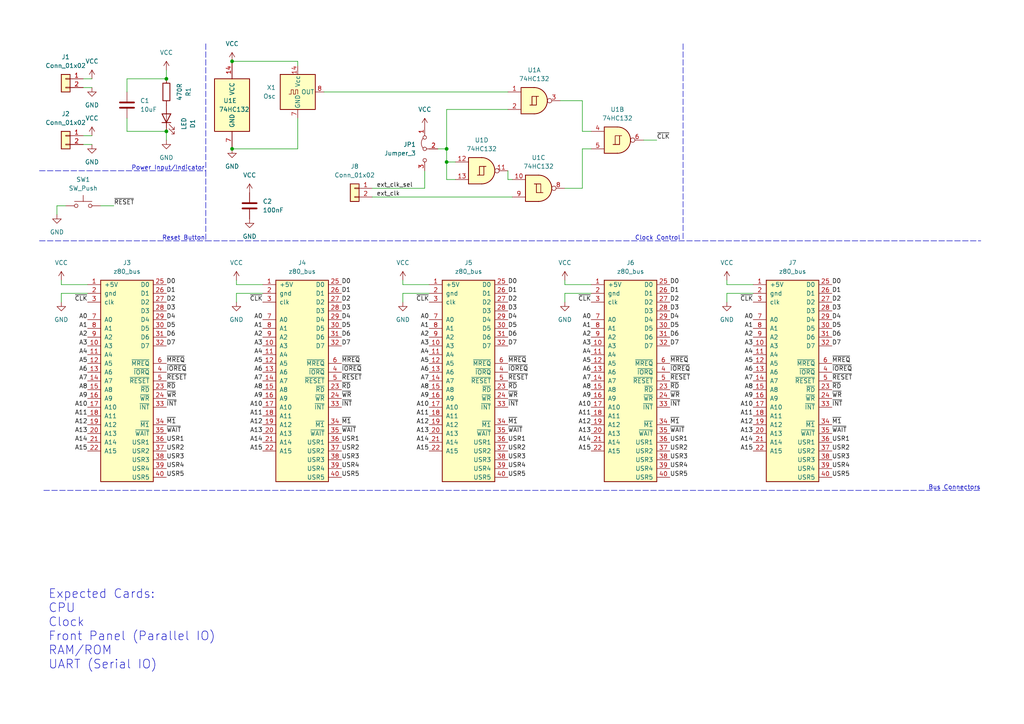
<source format=kicad_sch>
(kicad_sch (version 20211123) (generator eeschema)
  (paper "A4")
  (lib_symbols
    (symbol "74xx:74LS132" (pin_names (offset 1.016))
      (property "Reference" "U" (at 0 1.27 0))
      (property "Value" "74LS132" (at 0 -1.27 0))
      (symbol "74LS132_1_0"
        (polyline (pts (xy -0.635 -1.27) (xy -0.635 1.27) (xy 0.635 1.27)))
        (polyline (pts (xy -0.635 -1.27) (xy -0.635 1.27) (xy 0.635 1.27)))
        (polyline (pts (xy -1.27 -1.27) (xy 0.635 -1.27) (xy 0.635 1.27) (xy 1.27 1.27)))
        (polyline (pts (xy -1.27 -1.27) (xy 0.635 -1.27) (xy 0.635 1.27) (xy 1.27 1.27)))
      )
      (symbol "74LS132_1_1"
        (arc (start 0 -3.81) (mid 3.81 0) (end 0 3.81) (stroke (width 0.254)) (fill (type background)))
        (polyline (pts (xy 0 3.81) (xy -3.81 3.81) (xy -3.81 -3.81) (xy 0 -3.81)) (stroke (width 0.254)) (fill (type background)))
        (pin input line (at -7.62 2.54 0) (length 3.81) (name "~") (number "1"))
        (pin input line (at -7.62 -2.54 0) (length 3.81) (name "~") (number "2"))
        (pin output inverted (at 7.62 0 180) (length 3.81) (name "~") (number "3"))
      )
      (symbol "74LS132_1_2"
        (arc (start -3.81 -3.81) (mid -2.589 0) (end -3.81 3.81) (stroke (width 0.254)))
        (arc (start -0.6096 -3.81) (mid 2.1855 -2.584) (end 3.81 0) (stroke (width 0.254)) (fill (type background)))
        (polyline (pts (xy -3.81 -3.81) (xy -0.635 -3.81)) (stroke (width 0.254)) (fill (type background)))
        (polyline (pts (xy -3.81 3.81) (xy -0.635 3.81)) (stroke (width 0.254)) (fill (type background)))
        (polyline (pts (xy -0.635 3.81) (xy -3.81 3.81) (xy -3.81 3.81) (xy -3.556 3.4036) (xy -3.0226 2.2606) (xy -2.6924 1.0414) (xy -2.6162 -0.254) (xy -2.7686 -1.4986) (xy -3.175 -2.7178) (xy -3.81 -3.81) (xy -3.81 -3.81) (xy -0.635 -3.81)) (stroke (width -25.4)) (fill (type background)))
        (arc (start 3.81 0) (mid 2.1928 2.5925) (end -0.6096 3.81) (stroke (width 0.254)) (fill (type background)))
        (pin input inverted (at -7.62 2.54 0) (length 4.318) (name "~") (number "1"))
        (pin input inverted (at -7.62 -2.54 0) (length 4.318) (name "~") (number "2"))
        (pin output line (at 7.62 0 180) (length 3.81) (name "~") (number "3"))
      )
      (symbol "74LS132_2_0"
        (polyline (pts (xy -0.635 -1.27) (xy -0.635 1.27) (xy 0.635 1.27)))
        (polyline (pts (xy -0.635 -1.27) (xy -0.635 1.27) (xy 0.635 1.27)))
        (polyline (pts (xy -1.27 -1.27) (xy 0.635 -1.27) (xy 0.635 1.27) (xy 1.27 1.27)))
        (polyline (pts (xy -1.27 -1.27) (xy 0.635 -1.27) (xy 0.635 1.27) (xy 1.27 1.27)))
      )
      (symbol "74LS132_2_1"
        (arc (start 0 -3.81) (mid 3.81 0) (end 0 3.81) (stroke (width 0.254)) (fill (type background)))
        (polyline (pts (xy 0 3.81) (xy -3.81 3.81) (xy -3.81 -3.81) (xy 0 -3.81)) (stroke (width 0.254)) (fill (type background)))
        (pin input line (at -7.62 2.54 0) (length 3.81) (name "~") (number "4"))
        (pin input line (at -7.62 -2.54 0) (length 3.81) (name "~") (number "5"))
        (pin output inverted (at 7.62 0 180) (length 3.81) (name "~") (number "6"))
      )
      (symbol "74LS132_2_2"
        (arc (start -3.81 -3.81) (mid -2.589 0) (end -3.81 3.81) (stroke (width 0.254)))
        (arc (start -0.6096 -3.81) (mid 2.1855 -2.584) (end 3.81 0) (stroke (width 0.254)) (fill (type background)))
        (polyline (pts (xy -3.81 -3.81) (xy -0.635 -3.81)) (stroke (width 0.254)) (fill (type background)))
        (polyline (pts (xy -3.81 3.81) (xy -0.635 3.81)) (stroke (width 0.254)) (fill (type background)))
        (polyline (pts (xy -0.635 3.81) (xy -3.81 3.81) (xy -3.81 3.81) (xy -3.556 3.4036) (xy -3.0226 2.2606) (xy -2.6924 1.0414) (xy -2.6162 -0.254) (xy -2.7686 -1.4986) (xy -3.175 -2.7178) (xy -3.81 -3.81) (xy -3.81 -3.81) (xy -0.635 -3.81)) (stroke (width -25.4)) (fill (type background)))
        (arc (start 3.81 0) (mid 2.1928 2.5925) (end -0.6096 3.81) (stroke (width 0.254)) (fill (type background)))
        (pin input inverted (at -7.62 2.54 0) (length 4.318) (name "~") (number "4"))
        (pin input inverted (at -7.62 -2.54 0) (length 4.318) (name "~") (number "5"))
        (pin output line (at 7.62 0 180) (length 3.81) (name "~") (number "6"))
      )
      (symbol "74LS132_3_0"
        (polyline (pts (xy -0.635 -1.27) (xy -0.635 1.27) (xy 0.635 1.27)))
        (polyline (pts (xy -0.635 -1.27) (xy -0.635 1.27) (xy 0.635 1.27)))
        (polyline (pts (xy -1.27 -1.27) (xy 0.635 -1.27) (xy 0.635 1.27) (xy 1.27 1.27)))
        (polyline (pts (xy -1.27 -1.27) (xy 0.635 -1.27) (xy 0.635 1.27) (xy 1.27 1.27)))
      )
      (symbol "74LS132_3_1"
        (arc (start 0 -3.81) (mid 3.81 0) (end 0 3.81) (stroke (width 0.254)) (fill (type background)))
        (polyline (pts (xy 0 3.81) (xy -3.81 3.81) (xy -3.81 -3.81) (xy 0 -3.81)) (stroke (width 0.254)) (fill (type background)))
        (pin input line (at -7.62 -2.54 0) (length 3.81) (name "~") (number "10"))
        (pin output inverted (at 7.62 0 180) (length 3.81) (name "~") (number "8"))
        (pin input line (at -7.62 2.54 0) (length 3.81) (name "~") (number "9"))
      )
      (symbol "74LS132_3_2"
        (arc (start -3.81 -3.81) (mid -2.589 0) (end -3.81 3.81) (stroke (width 0.254)))
        (arc (start -0.6096 -3.81) (mid 2.1855 -2.584) (end 3.81 0) (stroke (width 0.254)) (fill (type background)))
        (polyline (pts (xy -3.81 -3.81) (xy -0.635 -3.81)) (stroke (width 0.254)) (fill (type background)))
        (polyline (pts (xy -3.81 3.81) (xy -0.635 3.81)) (stroke (width 0.254)) (fill (type background)))
        (polyline (pts (xy -0.635 3.81) (xy -3.81 3.81) (xy -3.81 3.81) (xy -3.556 3.4036) (xy -3.0226 2.2606) (xy -2.6924 1.0414) (xy -2.6162 -0.254) (xy -2.7686 -1.4986) (xy -3.175 -2.7178) (xy -3.81 -3.81) (xy -3.81 -3.81) (xy -0.635 -3.81)) (stroke (width -25.4)) (fill (type background)))
        (arc (start 3.81 0) (mid 2.1928 2.5925) (end -0.6096 3.81) (stroke (width 0.254)) (fill (type background)))
        (pin input inverted (at -7.62 -2.54 0) (length 4.318) (name "~") (number "10"))
        (pin output line (at 7.62 0 180) (length 3.81) (name "~") (number "8"))
        (pin input inverted (at -7.62 2.54 0) (length 4.318) (name "~") (number "9"))
      )
      (symbol "74LS132_4_0"
        (polyline (pts (xy -0.635 -1.27) (xy -0.635 1.27) (xy 0.635 1.27)))
        (polyline (pts (xy -0.635 -1.27) (xy -0.635 1.27) (xy 0.635 1.27)))
        (polyline (pts (xy -1.27 -1.27) (xy 0.635 -1.27) (xy 0.635 1.27) (xy 1.27 1.27)))
        (polyline (pts (xy -1.27 -1.27) (xy 0.635 -1.27) (xy 0.635 1.27) (xy 1.27 1.27)))
      )
      (symbol "74LS132_4_1"
        (arc (start 0 -3.81) (mid 3.81 0) (end 0 3.81) (stroke (width 0.254)) (fill (type background)))
        (polyline (pts (xy 0 3.81) (xy -3.81 3.81) (xy -3.81 -3.81) (xy 0 -3.81)) (stroke (width 0.254)) (fill (type background)))
        (pin output inverted (at 7.62 0 180) (length 3.81) (name "~") (number "11"))
        (pin input line (at -7.62 2.54 0) (length 3.81) (name "~") (number "12"))
        (pin input line (at -7.62 -2.54 0) (length 3.81) (name "~") (number "13"))
      )
      (symbol "74LS132_4_2"
        (arc (start -3.81 -3.81) (mid -2.589 0) (end -3.81 3.81) (stroke (width 0.254)))
        (arc (start -0.6096 -3.81) (mid 2.1855 -2.584) (end 3.81 0) (stroke (width 0.254)) (fill (type background)))
        (polyline (pts (xy -3.81 -3.81) (xy -0.635 -3.81)) (stroke (width 0.254)) (fill (type background)))
        (polyline (pts (xy -3.81 3.81) (xy -0.635 3.81)) (stroke (width 0.254)) (fill (type background)))
        (polyline (pts (xy -0.635 3.81) (xy -3.81 3.81) (xy -3.81 3.81) (xy -3.556 3.4036) (xy -3.0226 2.2606) (xy -2.6924 1.0414) (xy -2.6162 -0.254) (xy -2.7686 -1.4986) (xy -3.175 -2.7178) (xy -3.81 -3.81) (xy -3.81 -3.81) (xy -0.635 -3.81)) (stroke (width -25.4)) (fill (type background)))
        (arc (start 3.81 0) (mid 2.1928 2.5925) (end -0.6096 3.81) (stroke (width 0.254)) (fill (type background)))
        (pin output line (at 7.62 0 180) (length 3.81) (name "~") (number "11"))
        (pin input inverted (at -7.62 2.54 0) (length 4.318) (name "~") (number "12"))
        (pin input inverted (at -7.62 -2.54 0) (length 4.318) (name "~") (number "13"))
      )
      (symbol "74LS132_5_0"
        (pin power_in line (at 0 12.7 270) (length 5.08) (name "VCC") (number "14"))
        (pin power_in line (at 0 -12.7 90) (length 5.08) (name "GND") (number "7"))
      )
      (symbol "74LS132_5_1"
        (rectangle (start -5.08 7.62) (end 5.08 -7.62) (stroke (width 0.254)) (fill (type background)))
      )
    )
    (symbol "Connector_Generic:Conn_01x02" (pin_names (offset 1.016) hide)
      (property "Reference" "J" (at 0 2.54 0))
      (property "Value" "Conn_01x02" (at 0 -5.08 0))
      (symbol "Conn_01x02_1_1"
        (rectangle (start -1.27 -2.413) (end 0 -2.667) (stroke (width 0.1524)))
        (rectangle (start -1.27 0.127) (end 0 -0.127) (stroke (width 0.1524)))
        (rectangle (start -1.27 1.27) (end 1.27 -3.81) (stroke (width 0.254)) (fill (type background)))
        (pin passive line (at -5.08 0 0) (length 3.81) (name "Pin_1") (number "1"))
        (pin passive line (at -5.08 -2.54 0) (length 3.81) (name "Pin_2") (number "2"))
      )
    )
    (symbol "Device:C" (pin_numbers hide) (pin_names (offset 0.254))
      (property "Reference" "C" (at 0.635 2.54 0))
      (property "Value" "C" (at 0.635 -2.54 0))
      (symbol "C_0_1"
        (polyline (pts (xy -2.032 -0.762) (xy 2.032 -0.762)) (stroke (width 0.508)))
        (polyline (pts (xy -2.032 0.762) (xy 2.032 0.762)) (stroke (width 0.508)))
      )
      (symbol "C_1_1"
        (pin passive line (at 0 3.81 270) (length 2.794) (name "~") (number "1"))
        (pin passive line (at 0 -3.81 90) (length 2.794) (name "~") (number "2"))
      )
    )
    (symbol "Device:LED" (pin_numbers hide) (pin_names (offset 1.016) hide)
      (property "Reference" "D" (at 0 2.54 0))
      (property "Value" "LED" (at 0 -2.54 0))
      (symbol "LED_0_1"
        (polyline (pts (xy -1.27 -1.27) (xy -1.27 1.27)) (stroke (width 0.254)))
        (polyline (pts (xy -1.27 0) (xy 1.27 0)))
        (polyline (pts (xy 1.27 -1.27) (xy 1.27 1.27) (xy -1.27 0) (xy 1.27 -1.27)) (stroke (width 0.254)))
        (polyline (pts (xy -3.048 -0.762) (xy -4.572 -2.286) (xy -3.81 -2.286) (xy -4.572 -2.286) (xy -4.572 -1.524)))
        (polyline (pts (xy -1.778 -0.762) (xy -3.302 -2.286) (xy -2.54 -2.286) (xy -3.302 -2.286) (xy -3.302 -1.524)))
      )
      (symbol "LED_1_1"
        (pin passive line (at -3.81 0 0) (length 2.54) (name "K") (number "1"))
        (pin passive line (at 3.81 0 180) (length 2.54) (name "A") (number "2"))
      )
    )
    (symbol "Device:R" (pin_numbers hide) (pin_names (offset 0))
      (property "Reference" "R" (at 2.032 0 90))
      (property "Value" "R" (at 0 0 90))
      (symbol "R_0_1"
        (rectangle (start -1.016 -2.54) (end 1.016 2.54) (stroke (width 0.254)))
      )
      (symbol "R_1_1"
        (pin passive line (at 0 3.81 270) (length 1.27) (name "~") (number "1"))
        (pin passive line (at 0 -3.81 90) (length 1.27) (name "~") (number "2"))
      )
    )
    (symbol "Jumper:Jumper_3_Bridged12" (pin_names (offset 0) hide)
      (property "Reference" "JP" (at -2.54 -2.54 0))
      (property "Value" "Jumper_3_Bridged12" (at 0 2.794 0))
      (symbol "Jumper_3_Bridged12_0_0"
        (circle (center -3.302 0) (radius 0.508))
        (circle (center 0 0) (radius 0.508))
        (circle (center 3.302 0) (radius 0.508))
      )
      (symbol "Jumper_3_Bridged12_0_1"
        (arc (start -0.254 0.508) (mid -1.651 0.9912) (end -3.048 0.508))
        (polyline (pts (xy 0 -1.27) (xy 0 -0.508)))
      )
      (symbol "Jumper_3_Bridged12_1_1"
        (pin passive line (at -6.35 0 0) (length 2.54) (name "A") (number "1"))
        (pin input line (at 0 -3.81 90) (length 2.54) (name "C") (number "2"))
        (pin passive line (at 6.35 0 180) (length 2.54) (name "B") (number "3"))
      )
    )
    (symbol "Oscillator:DGOF5S3" (pin_names (offset 0.254))
      (property "Reference" "X" (at -5.08 6.35 0))
      (property "Value" "DGOF5S3" (at 1.27 -6.35 0))
      (symbol "DGOF5S3_0_1"
        (rectangle (start -5.08 5.08) (end 5.08 -5.08) (stroke (width 0.254)) (fill (type background)))
        (polyline (pts (xy -2.54 -0.635) (xy -1.905 -0.635) (xy -1.905 0.635) (xy -1.27 0.635) (xy -1.27 -0.635) (xy -0.635 -0.635) (xy -0.635 0.635) (xy 0 0.635) (xy 0 -0.635)))
      )
      (symbol "DGOF5S3_1_1"
        (pin no_connect line (at -7.62 0 0) (length 2.54) hide (name "NC") (number "1"))
        (pin power_in line (at 0 7.62 270) (length 2.54) (name "Vcc") (number "14"))
        (pin power_in line (at 0 -7.62 90) (length 2.54) (name "GND") (number "7"))
        (pin output line (at 7.62 0 180) (length 2.54) (name "OUT") (number "8"))
      )
    )
    (symbol "Switch:SW_Push" (pin_numbers hide) (pin_names (offset 1.016) hide)
      (property "Reference" "SW" (at 1.27 2.54 0))
      (property "Value" "SW_Push" (at 0 -1.524 0))
      (symbol "SW_Push_0_1"
        (circle (center -2.032 0) (radius 0.508))
        (polyline (pts (xy 0 1.27) (xy 0 3.048)))
        (polyline (pts (xy 2.54 1.27) (xy -2.54 1.27)))
        (circle (center 2.032 0) (radius 0.508))
        (pin passive line (at -5.08 0 0) (length 2.54) (name "1") (number "1"))
        (pin passive line (at 5.08 0 180) (length 2.54) (name "2") (number "2"))
      )
    )
    (symbol "power:GND" (power) (pin_names (offset 0))
      (property "Value" "GND" (at 0 -3.81 0))
      (symbol "GND_0_1"
        (polyline (pts (xy 0 0) (xy 0 -1.27) (xy 1.27 -1.27) (xy 0 -2.54) (xy -1.27 -1.27) (xy 0 -1.27)))
      )
      (symbol "GND_1_1"
        (pin power_in line (at 0 0 270) (length 0) hide (name "GND") (number "1"))
      )
    )
    (symbol "power:VCC" (power) (pin_names (offset 0))
      (property "Value" "VCC" (at 0 3.81 0))
      (symbol "VCC_0_1"
        (polyline (pts (xy -0.762 1.27) (xy 0 2.54)))
        (polyline (pts (xy 0 0) (xy 0 2.54)))
        (polyline (pts (xy 0 2.54) (xy 0.762 1.27)))
      )
      (symbol "VCC_1_1"
        (pin power_in line (at 0 0 90) (length 0) hide (name "VCC") (number "1"))
      )
    )
    (symbol "projlib:z80_bus" (pin_names (offset 1.016))
      (property "Reference" "J2" (at 0 29.21 0))
      (property "Value" "z80_bus" (at 0 26.67 0))
      (symbol "z80_bus_1_1"
        (rectangle (start -7.62 24.13) (end 7.62 -34.29) (stroke (width 0.254)) (fill (type background)))
        (pin passive line (at -11.43 22.86 0) (length 3.81) (name "+5V") (number "1"))
        (pin passive line (at -11.43 5.08 0) (length 3.81) (name "A3") (number "10"))
        (pin passive line (at -11.43 2.54 0) (length 3.81) (name "A4") (number "11"))
        (pin passive line (at -11.43 0 0) (length 3.81) (name "A5") (number "12"))
        (pin passive line (at -11.43 -2.54 0) (length 3.81) (name "A6") (number "13"))
        (pin passive line (at -11.43 -5.08 0) (length 3.81) (name "A7") (number "14"))
        (pin passive line (at -11.43 -7.62 0) (length 3.81) (name "A8") (number "15"))
        (pin passive line (at -11.43 -10.16 0) (length 3.81) (name "A9") (number "16"))
        (pin passive line (at -11.43 -12.7 0) (length 3.81) (name "A10") (number "17"))
        (pin passive line (at -11.43 -15.24 0) (length 3.81) (name "A11") (number "18"))
        (pin passive line (at -11.43 -17.78 0) (length 3.81) (name "A12") (number "19"))
        (pin passive line (at -11.43 20.32 0) (length 3.81) (name "gnd") (number "2"))
        (pin passive line (at -11.43 -20.32 0) (length 3.81) (name "A13") (number "20"))
        (pin passive line (at -11.43 -22.86 0) (length 3.81) (name "A14") (number "21"))
        (pin passive line (at -11.43 -25.4 0) (length 3.81) (name "A15") (number "22"))
        (pin passive line (at 11.43 -7.62 180) (length 3.81) (name "~{RD}") (number "23"))
        (pin passive line (at 11.43 -10.16 180) (length 3.81) (name "~{WR}") (number "24"))
        (pin passive line (at 11.43 22.86 180) (length 3.81) (name "D0") (number "25"))
        (pin passive line (at 11.43 20.32 180) (length 3.81) (name "D1") (number "26"))
        (pin passive line (at 11.43 17.78 180) (length 3.81) (name "D2") (number "27"))
        (pin passive line (at 11.43 15.24 180) (length 3.81) (name "D3") (number "28"))
        (pin passive line (at 11.43 12.7 180) (length 3.81) (name "D4") (number "29"))
        (pin passive line (at -11.43 17.78 0) (length 3.81) (name "clk") (number "3"))
        (pin passive line (at 11.43 10.16 180) (length 3.81) (name "D5") (number "30"))
        (pin passive line (at 11.43 7.62 180) (length 3.81) (name "D6") (number "31"))
        (pin passive line (at 11.43 5.08 180) (length 3.81) (name "D7") (number "32"))
        (pin passive line (at 11.43 -12.7 180) (length 3.81) (name "~{INT}") (number "33"))
        (pin passive line (at 11.43 -17.78 180) (length 3.81) (name "~{M1}") (number "34"))
        (pin passive line (at 11.43 -20.32 180) (length 3.81) (name "~{WAIT}") (number "35"))
        (pin passive line (at 11.43 -22.86 180) (length 3.81) (name "USR1") (number "36"))
        (pin passive line (at 11.43 -25.4 180) (length 3.81) (name "USR2") (number "37"))
        (pin passive line (at 11.43 -27.94 180) (length 3.81) (name "USR3") (number "38"))
        (pin passive line (at 11.43 -30.48 180) (length 3.81) (name "USR4") (number "39"))
        (pin passive line (at 11.43 -2.54 180) (length 3.81) (name "~{IORQ}") (number "4"))
        (pin passive line (at 11.43 -33.02 180) (length 3.81) (name "USR5") (number "40"))
        (pin passive line (at 11.43 -5.08 180) (length 3.81) (name "~{RESET}") (number "5"))
        (pin passive line (at 11.43 0 180) (length 3.81) (name "~{MREQ}") (number "6"))
        (pin passive line (at -11.43 12.7 0) (length 3.81) (name "A0") (number "7"))
        (pin passive line (at -11.43 10.16 0) (length 3.81) (name "A1") (number "8"))
        (pin passive line (at -11.43 7.62 0) (length 3.81) (name "A2") (number "9"))
      )
    )
    (symbol "z80_bus_1" (pin_names (offset 1.016))
      (property "Reference" "J2" (at 0 29.21 0))
      (property "Value" "z80_bus_1" (at 0 26.67 0))
      (symbol "z80_bus_1_1_1"
        (rectangle (start -7.62 24.13) (end 7.62 -34.29) (stroke (width 0.254)) (fill (type background)))
        (pin passive line (at -11.43 22.86 0) (length 3.81) (name "+5V") (number "1"))
        (pin passive line (at -11.43 5.08 0) (length 3.81) (name "A3") (number "10"))
        (pin passive line (at -11.43 2.54 0) (length 3.81) (name "A4") (number "11"))
        (pin passive line (at -11.43 0 0) (length 3.81) (name "A5") (number "12"))
        (pin passive line (at -11.43 -2.54 0) (length 3.81) (name "A6") (number "13"))
        (pin passive line (at -11.43 -5.08 0) (length 3.81) (name "A7") (number "14"))
        (pin passive line (at -11.43 -7.62 0) (length 3.81) (name "A8") (number "15"))
        (pin passive line (at -11.43 -10.16 0) (length 3.81) (name "A9") (number "16"))
        (pin passive line (at -11.43 -12.7 0) (length 3.81) (name "A10") (number "17"))
        (pin passive line (at -11.43 -15.24 0) (length 3.81) (name "A11") (number "18"))
        (pin passive line (at -11.43 -17.78 0) (length 3.81) (name "A12") (number "19"))
        (pin passive line (at -11.43 20.32 0) (length 3.81) (name "gnd") (number "2"))
        (pin passive line (at -11.43 -20.32 0) (length 3.81) (name "A13") (number "20"))
        (pin passive line (at -11.43 -22.86 0) (length 3.81) (name "A14") (number "21"))
        (pin passive line (at -11.43 -25.4 0) (length 3.81) (name "A15") (number "22"))
        (pin passive line (at 11.43 -7.62 180) (length 3.81) (name "~{RD}") (number "23"))
        (pin passive line (at 11.43 -10.16 180) (length 3.81) (name "~{WR}") (number "24"))
        (pin passive line (at 11.43 22.86 180) (length 3.81) (name "D0") (number "25"))
        (pin passive line (at 11.43 20.32 180) (length 3.81) (name "D1") (number "26"))
        (pin passive line (at 11.43 17.78 180) (length 3.81) (name "D2") (number "27"))
        (pin passive line (at 11.43 15.24 180) (length 3.81) (name "D3") (number "28"))
        (pin passive line (at 11.43 12.7 180) (length 3.81) (name "D4") (number "29"))
        (pin passive line (at -11.43 17.78 0) (length 3.81) (name "clk") (number "3"))
        (pin passive line (at 11.43 10.16 180) (length 3.81) (name "D5") (number "30"))
        (pin passive line (at 11.43 7.62 180) (length 3.81) (name "D6") (number "31"))
        (pin passive line (at 11.43 5.08 180) (length 3.81) (name "D7") (number "32"))
        (pin passive line (at 11.43 -12.7 180) (length 3.81) (name "~{INT}") (number "33"))
        (pin passive line (at 11.43 -17.78 180) (length 3.81) (name "~{M1}") (number "34"))
        (pin passive line (at 11.43 -20.32 180) (length 3.81) (name "~{WAIT}") (number "35"))
        (pin passive line (at 11.43 -22.86 180) (length 3.81) (name "USR1") (number "36"))
        (pin passive line (at 11.43 -25.4 180) (length 3.81) (name "USR2") (number "37"))
        (pin passive line (at 11.43 -27.94 180) (length 3.81) (name "USR3") (number "38"))
        (pin passive line (at 11.43 -30.48 180) (length 3.81) (name "USR4") (number "39"))
        (pin passive line (at 11.43 -2.54 180) (length 3.81) (name "~{IORQ}") (number "4"))
        (pin passive line (at 11.43 -33.02 180) (length 3.81) (name "USR5") (number "40"))
        (pin passive line (at 11.43 -5.08 180) (length 3.81) (name "~{RESET}") (number "5"))
        (pin passive line (at 11.43 0 180) (length 3.81) (name "~{MREQ}") (number "6"))
        (pin passive line (at -11.43 12.7 0) (length 3.81) (name "A0") (number "7"))
        (pin passive line (at -11.43 10.16 0) (length 3.81) (name "A1") (number "8"))
        (pin passive line (at -11.43 7.62 0) (length 3.81) (name "A2") (number "9"))
      )
    )
    (symbol "z80_bus_2" (pin_names (offset 1.016))
      (property "Reference" "J2" (at 0 29.21 0))
      (property "Value" "z80_bus_2" (at 0 26.67 0))
      (symbol "z80_bus_2_1_1"
        (rectangle (start -7.62 24.13) (end 7.62 -34.29) (stroke (width 0.254)) (fill (type background)))
        (pin passive line (at -11.43 22.86 0) (length 3.81) (name "+5V") (number "1"))
        (pin passive line (at -11.43 5.08 0) (length 3.81) (name "A3") (number "10"))
        (pin passive line (at -11.43 2.54 0) (length 3.81) (name "A4") (number "11"))
        (pin passive line (at -11.43 0 0) (length 3.81) (name "A5") (number "12"))
        (pin passive line (at -11.43 -2.54 0) (length 3.81) (name "A6") (number "13"))
        (pin passive line (at -11.43 -5.08 0) (length 3.81) (name "A7") (number "14"))
        (pin passive line (at -11.43 -7.62 0) (length 3.81) (name "A8") (number "15"))
        (pin passive line (at -11.43 -10.16 0) (length 3.81) (name "A9") (number "16"))
        (pin passive line (at -11.43 -12.7 0) (length 3.81) (name "A10") (number "17"))
        (pin passive line (at -11.43 -15.24 0) (length 3.81) (name "A11") (number "18"))
        (pin passive line (at -11.43 -17.78 0) (length 3.81) (name "A12") (number "19"))
        (pin passive line (at -11.43 20.32 0) (length 3.81) (name "gnd") (number "2"))
        (pin passive line (at -11.43 -20.32 0) (length 3.81) (name "A13") (number "20"))
        (pin passive line (at -11.43 -22.86 0) (length 3.81) (name "A14") (number "21"))
        (pin passive line (at -11.43 -25.4 0) (length 3.81) (name "A15") (number "22"))
        (pin passive line (at 11.43 -7.62 180) (length 3.81) (name "~{RD}") (number "23"))
        (pin passive line (at 11.43 -10.16 180) (length 3.81) (name "~{WR}") (number "24"))
        (pin passive line (at 11.43 22.86 180) (length 3.81) (name "D0") (number "25"))
        (pin passive line (at 11.43 20.32 180) (length 3.81) (name "D1") (number "26"))
        (pin passive line (at 11.43 17.78 180) (length 3.81) (name "D2") (number "27"))
        (pin passive line (at 11.43 15.24 180) (length 3.81) (name "D3") (number "28"))
        (pin passive line (at 11.43 12.7 180) (length 3.81) (name "D4") (number "29"))
        (pin passive line (at -11.43 17.78 0) (length 3.81) (name "clk") (number "3"))
        (pin passive line (at 11.43 10.16 180) (length 3.81) (name "D5") (number "30"))
        (pin passive line (at 11.43 7.62 180) (length 3.81) (name "D6") (number "31"))
        (pin passive line (at 11.43 5.08 180) (length 3.81) (name "D7") (number "32"))
        (pin passive line (at 11.43 -12.7 180) (length 3.81) (name "~{INT}") (number "33"))
        (pin passive line (at 11.43 -17.78 180) (length 3.81) (name "~{M1}") (number "34"))
        (pin passive line (at 11.43 -20.32 180) (length 3.81) (name "~{WAIT}") (number "35"))
        (pin passive line (at 11.43 -22.86 180) (length 3.81) (name "USR1") (number "36"))
        (pin passive line (at 11.43 -25.4 180) (length 3.81) (name "USR2") (number "37"))
        (pin passive line (at 11.43 -27.94 180) (length 3.81) (name "USR3") (number "38"))
        (pin passive line (at 11.43 -30.48 180) (length 3.81) (name "USR4") (number "39"))
        (pin passive line (at 11.43 -2.54 180) (length 3.81) (name "~{IORQ}") (number "4"))
        (pin passive line (at 11.43 -33.02 180) (length 3.81) (name "USR5") (number "40"))
        (pin passive line (at 11.43 -5.08 180) (length 3.81) (name "~{RESET}") (number "5"))
        (pin passive line (at 11.43 0 180) (length 3.81) (name "~{MREQ}") (number "6"))
        (pin passive line (at -11.43 12.7 0) (length 3.81) (name "A0") (number "7"))
        (pin passive line (at -11.43 10.16 0) (length 3.81) (name "A1") (number "8"))
        (pin passive line (at -11.43 7.62 0) (length 3.81) (name "A2") (number "9"))
      )
    )
    (symbol "z80_bus_3" (pin_names (offset 1.016))
      (property "Reference" "J2" (at 0 29.21 0))
      (property "Value" "z80_bus_3" (at 0 26.67 0))
      (symbol "z80_bus_3_1_1"
        (rectangle (start -7.62 24.13) (end 7.62 -34.29) (stroke (width 0.254)) (fill (type background)))
        (pin passive line (at -11.43 22.86 0) (length 3.81) (name "+5V") (number "1"))
        (pin passive line (at -11.43 5.08 0) (length 3.81) (name "A3") (number "10"))
        (pin passive line (at -11.43 2.54 0) (length 3.81) (name "A4") (number "11"))
        (pin passive line (at -11.43 0 0) (length 3.81) (name "A5") (number "12"))
        (pin passive line (at -11.43 -2.54 0) (length 3.81) (name "A6") (number "13"))
        (pin passive line (at -11.43 -5.08 0) (length 3.81) (name "A7") (number "14"))
        (pin passive line (at -11.43 -7.62 0) (length 3.81) (name "A8") (number "15"))
        (pin passive line (at -11.43 -10.16 0) (length 3.81) (name "A9") (number "16"))
        (pin passive line (at -11.43 -12.7 0) (length 3.81) (name "A10") (number "17"))
        (pin passive line (at -11.43 -15.24 0) (length 3.81) (name "A11") (number "18"))
        (pin passive line (at -11.43 -17.78 0) (length 3.81) (name "A12") (number "19"))
        (pin passive line (at -11.43 20.32 0) (length 3.81) (name "gnd") (number "2"))
        (pin passive line (at -11.43 -20.32 0) (length 3.81) (name "A13") (number "20"))
        (pin passive line (at -11.43 -22.86 0) (length 3.81) (name "A14") (number "21"))
        (pin passive line (at -11.43 -25.4 0) (length 3.81) (name "A15") (number "22"))
        (pin passive line (at 11.43 -7.62 180) (length 3.81) (name "~{RD}") (number "23"))
        (pin passive line (at 11.43 -10.16 180) (length 3.81) (name "~{WR}") (number "24"))
        (pin passive line (at 11.43 22.86 180) (length 3.81) (name "D0") (number "25"))
        (pin passive line (at 11.43 20.32 180) (length 3.81) (name "D1") (number "26"))
        (pin passive line (at 11.43 17.78 180) (length 3.81) (name "D2") (number "27"))
        (pin passive line (at 11.43 15.24 180) (length 3.81) (name "D3") (number "28"))
        (pin passive line (at 11.43 12.7 180) (length 3.81) (name "D4") (number "29"))
        (pin passive line (at -11.43 17.78 0) (length 3.81) (name "clk") (number "3"))
        (pin passive line (at 11.43 10.16 180) (length 3.81) (name "D5") (number "30"))
        (pin passive line (at 11.43 7.62 180) (length 3.81) (name "D6") (number "31"))
        (pin passive line (at 11.43 5.08 180) (length 3.81) (name "D7") (number "32"))
        (pin passive line (at 11.43 -12.7 180) (length 3.81) (name "~{INT}") (number "33"))
        (pin passive line (at 11.43 -17.78 180) (length 3.81) (name "~{M1}") (number "34"))
        (pin passive line (at 11.43 -20.32 180) (length 3.81) (name "~{WAIT}") (number "35"))
        (pin passive line (at 11.43 -22.86 180) (length 3.81) (name "USR1") (number "36"))
        (pin passive line (at 11.43 -25.4 180) (length 3.81) (name "USR2") (number "37"))
        (pin passive line (at 11.43 -27.94 180) (length 3.81) (name "USR3") (number "38"))
        (pin passive line (at 11.43 -30.48 180) (length 3.81) (name "USR4") (number "39"))
        (pin passive line (at 11.43 -2.54 180) (length 3.81) (name "~{IORQ}") (number "4"))
        (pin passive line (at 11.43 -33.02 180) (length 3.81) (name "USR5") (number "40"))
        (pin passive line (at 11.43 -5.08 180) (length 3.81) (name "~{RESET}") (number "5"))
        (pin passive line (at 11.43 0 180) (length 3.81) (name "~{MREQ}") (number "6"))
        (pin passive line (at -11.43 12.7 0) (length 3.81) (name "A0") (number "7"))
        (pin passive line (at -11.43 10.16 0) (length 3.81) (name "A1") (number "8"))
        (pin passive line (at -11.43 7.62 0) (length 3.81) (name "A2") (number "9"))
      )
    )
    (symbol "z80_bus_4" (pin_names (offset 1.016))
      (property "Reference" "J2" (at 0 29.21 0))
      (property "Value" "z80_bus_4" (at 0 26.67 0))
      (symbol "z80_bus_4_1_1"
        (rectangle (start -7.62 24.13) (end 7.62 -34.29) (stroke (width 0.254)) (fill (type background)))
        (pin passive line (at -11.43 22.86 0) (length 3.81) (name "+5V") (number "1"))
        (pin passive line (at -11.43 5.08 0) (length 3.81) (name "A3") (number "10"))
        (pin passive line (at -11.43 2.54 0) (length 3.81) (name "A4") (number "11"))
        (pin passive line (at -11.43 0 0) (length 3.81) (name "A5") (number "12"))
        (pin passive line (at -11.43 -2.54 0) (length 3.81) (name "A6") (number "13"))
        (pin passive line (at -11.43 -5.08 0) (length 3.81) (name "A7") (number "14"))
        (pin passive line (at -11.43 -7.62 0) (length 3.81) (name "A8") (number "15"))
        (pin passive line (at -11.43 -10.16 0) (length 3.81) (name "A9") (number "16"))
        (pin passive line (at -11.43 -12.7 0) (length 3.81) (name "A10") (number "17"))
        (pin passive line (at -11.43 -15.24 0) (length 3.81) (name "A11") (number "18"))
        (pin passive line (at -11.43 -17.78 0) (length 3.81) (name "A12") (number "19"))
        (pin passive line (at -11.43 20.32 0) (length 3.81) (name "gnd") (number "2"))
        (pin passive line (at -11.43 -20.32 0) (length 3.81) (name "A13") (number "20"))
        (pin passive line (at -11.43 -22.86 0) (length 3.81) (name "A14") (number "21"))
        (pin passive line (at -11.43 -25.4 0) (length 3.81) (name "A15") (number "22"))
        (pin passive line (at 11.43 -7.62 180) (length 3.81) (name "~{RD}") (number "23"))
        (pin passive line (at 11.43 -10.16 180) (length 3.81) (name "~{WR}") (number "24"))
        (pin passive line (at 11.43 22.86 180) (length 3.81) (name "D0") (number "25"))
        (pin passive line (at 11.43 20.32 180) (length 3.81) (name "D1") (number "26"))
        (pin passive line (at 11.43 17.78 180) (length 3.81) (name "D2") (number "27"))
        (pin passive line (at 11.43 15.24 180) (length 3.81) (name "D3") (number "28"))
        (pin passive line (at 11.43 12.7 180) (length 3.81) (name "D4") (number "29"))
        (pin passive line (at -11.43 17.78 0) (length 3.81) (name "clk") (number "3"))
        (pin passive line (at 11.43 10.16 180) (length 3.81) (name "D5") (number "30"))
        (pin passive line (at 11.43 7.62 180) (length 3.81) (name "D6") (number "31"))
        (pin passive line (at 11.43 5.08 180) (length 3.81) (name "D7") (number "32"))
        (pin passive line (at 11.43 -12.7 180) (length 3.81) (name "~{INT}") (number "33"))
        (pin passive line (at 11.43 -17.78 180) (length 3.81) (name "~{M1}") (number "34"))
        (pin passive line (at 11.43 -20.32 180) (length 3.81) (name "~{WAIT}") (number "35"))
        (pin passive line (at 11.43 -22.86 180) (length 3.81) (name "USR1") (number "36"))
        (pin passive line (at 11.43 -25.4 180) (length 3.81) (name "USR2") (number "37"))
        (pin passive line (at 11.43 -27.94 180) (length 3.81) (name "USR3") (number "38"))
        (pin passive line (at 11.43 -30.48 180) (length 3.81) (name "USR4") (number "39"))
        (pin passive line (at 11.43 -2.54 180) (length 3.81) (name "~{IORQ}") (number "4"))
        (pin passive line (at 11.43 -33.02 180) (length 3.81) (name "USR5") (number "40"))
        (pin passive line (at 11.43 -5.08 180) (length 3.81) (name "~{RESET}") (number "5"))
        (pin passive line (at 11.43 0 180) (length 3.81) (name "~{MREQ}") (number "6"))
        (pin passive line (at -11.43 12.7 0) (length 3.81) (name "A0") (number "7"))
        (pin passive line (at -11.43 10.16 0) (length 3.81) (name "A1") (number "8"))
        (pin passive line (at -11.43 7.62 0) (length 3.81) (name "A2") (number "9"))
      )
    )
  )
  (junction (at 48.26 38.1))
  (junction (at 129.54 43.18))
  (junction (at 129.54 46.99))
  (junction (at 67.31 43.18))
  (junction (at 67.31 17.78))
  (junction (at 48.26 22.86))
  (wire (pts (xy 116.84 85.09) (xy 116.84 87.63)))
  (wire (pts (xy 48.26 20.32) (xy 48.26 22.86)))
  (wire (pts (xy 171.45 85.09) (xy 163.83 85.09)))
  (wire (pts (xy 127 43.18) (xy 129.54 43.18)))
  (wire (pts (xy 129.54 46.99) (xy 129.54 52.07)))
  (wire (pts (xy 129.54 52.07) (xy 132.08 52.07)))
  (wire (pts (xy 67.31 17.78) (xy 86.36 17.78)))
  (wire (pts (xy 163.83 81.28) (xy 163.83 82.55)))
  (wire (pts (xy 210.82 85.09) (xy 210.82 87.63)))
  (wire (pts (xy 124.46 85.09) (xy 116.84 85.09)))
  (wire (pts (xy 171.45 43.18) (xy 168.91 43.18)))
  (wire (pts (xy 129.54 31.75) (xy 129.54 43.18)))
  (wire (pts (xy 218.44 82.55) (xy 210.82 82.55)))
  (wire (pts (xy 76.2 82.55) (xy 68.58 82.55)))
  (wire (pts (xy 29.21 59.69) (xy 33.02 59.69)))
  (wire (pts (xy 68.58 85.09) (xy 68.58 87.63)))
  (wire (pts (xy 168.91 54.61) (xy 163.83 54.61)))
  (wire (pts (xy 210.82 81.28) (xy 210.82 82.55)))
  (wire (pts (xy 25.4 85.09) (xy 17.78 85.09)))
  (polyline (pts (xy 59.69 69.85) (xy 284.48 69.85)))
  (wire (pts (xy 36.83 38.1) (xy 36.83 34.29)))
  (wire (pts (xy 168.91 29.21) (xy 168.91 38.1)))
  (wire (pts (xy 86.36 17.78) (xy 86.36 19.05)))
  (polyline (pts (xy 11.43 69.85) (xy 59.69 69.85)))
  (wire (pts (xy 16.51 59.69) (xy 16.51 62.23)))
  (wire (pts (xy 107.95 54.61) (xy 123.19 54.61)))
  (wire (pts (xy 93.98 26.67) (xy 147.32 26.67)))
  (wire (pts (xy 107.95 57.15) (xy 148.59 57.15)))
  (wire (pts (xy 147.32 49.53) (xy 147.32 52.07)))
  (wire (pts (xy 163.83 85.09) (xy 163.83 87.63)))
  (wire (pts (xy 116.84 81.28) (xy 116.84 82.55)))
  (wire (pts (xy 68.58 81.28) (xy 68.58 82.55)))
  (wire (pts (xy 36.83 38.1) (xy 48.26 38.1)))
  (wire (pts (xy 129.54 43.18) (xy 129.54 46.99)))
  (wire (pts (xy 124.46 82.55) (xy 116.84 82.55)))
  (wire (pts (xy 76.2 85.09) (xy 68.58 85.09)))
  (wire (pts (xy 162.56 29.21) (xy 168.91 29.21)))
  (polyline (pts (xy 59.69 12.7) (xy 59.69 49.53)))
  (wire (pts (xy 24.13 39.37) (xy 26.67 39.37)))
  (wire (pts (xy 17.78 85.09) (xy 17.78 87.63)))
  (wire (pts (xy 24.13 41.91) (xy 26.67 41.91)))
  (wire (pts (xy 67.31 43.18) (xy 86.36 43.18)))
  (wire (pts (xy 171.45 82.55) (xy 163.83 82.55)))
  (polyline (pts (xy 11.43 49.53) (xy 59.69 49.53)))
  (wire (pts (xy 24.13 22.86) (xy 26.67 22.86)))
  (wire (pts (xy 129.54 31.75) (xy 147.32 31.75)))
  (wire (pts (xy 16.51 59.69) (xy 19.05 59.69)))
  (wire (pts (xy 168.91 38.1) (xy 171.45 38.1)))
  (wire (pts (xy 36.83 26.67) (xy 36.83 22.86)))
  (polyline (pts (xy 12.7 142.24) (xy 284.48 142.24)))
  (wire (pts (xy 123.19 54.61) (xy 123.19 49.53)))
  (polyline (pts (xy 59.69 49.53) (xy 59.69 69.85)))
  (wire (pts (xy 147.32 52.07) (xy 148.59 52.07)))
  (wire (pts (xy 48.26 40.64) (xy 48.26 38.1)))
  (wire (pts (xy 86.36 34.29) (xy 86.36 43.18)))
  (wire (pts (xy 25.4 82.55) (xy 17.78 82.55)))
  (wire (pts (xy 168.91 43.18) (xy 168.91 54.61)))
  (wire (pts (xy 218.44 85.09) (xy 210.82 85.09)))
  (wire (pts (xy 17.78 81.28) (xy 17.78 82.55)))
  (wire (pts (xy 129.54 46.99) (xy 132.08 46.99)))
  (wire (pts (xy 24.13 25.4) (xy 26.67 25.4)))
  (wire (pts (xy 190.5 40.64) (xy 186.69 40.64)))
  (polyline (pts (xy 198.12 12.7) (xy 198.12 69.85)))
  (wire (pts (xy 36.83 22.86) (xy 48.26 22.86)))
  (text "Reset Button\n" (at 46.99 69.85 0) (effects (font (size 1.27 1.27)) (justify left bottom)))
  (text "Power Input/Indicator" (at 38.1 49.53 0) (effects (font (size 1.27 1.27)) (justify left bottom)))
  (text "Bus Connectors" (at 269.24 142.24 0) (effects (font (size 1.27 1.27)) (justify left bottom)))
  (text "Expected Cards:\nCPU\nClock\nFront Panel (Parallel IO)\nRAM/ROM\nUART (Serial IO)" (at 13.97 194.31 0) (effects (font (size 2.54 2.54)) (justify left bottom)))
  (text "Clock Control" (at 184.15 69.85 0) (effects (font (size 1.27 1.27)) (justify left bottom)))
  (label "A8" (at 218.44 113.03 180))
  (label "A0" (at 171.45 92.71 180))
  (label "USR2" (at 241.3 130.81 0))
  (label "A6" (at 124.46 107.95 180))
  (label "USR4" (at 147.32 135.89 0))
  (label "A2" (at 218.44 97.79 180))
  (label "USR3" (at 48.26 133.35 0))
  (label "~{WR}" (at 194.31 115.57 0))
  (label "A15" (at 171.45 130.81 180))
  (label "A12" (at 171.45 123.19 180))
  (label "USR3" (at 147.32 133.35 0))
  (label "~{WR}" (at 48.26 115.57 0))
  (label "A14" (at 25.4 128.27 180))
  (label "A8" (at 76.2 113.03 180))
  (label "A15" (at 25.4 130.81 180))
  (label "A12" (at 25.4 123.19 180))
  (label "A2" (at 124.46 97.79 180))
  (label "D6" (at 241.3 97.79 0))
  (label "~{MREQ}" (at 147.32 105.41 0))
  (label "A0" (at 218.44 92.71 180))
  (label "D3" (at 241.3 90.17 0))
  (label "~{RD}" (at 147.32 113.03 0))
  (label "~{MREQ}" (at 48.26 105.41 0))
  (label "USR3" (at 194.31 133.35 0))
  (label "~{WR}" (at 147.32 115.57 0))
  (label "A15" (at 124.46 130.81 180))
  (label "D4" (at 241.3 92.71 0))
  (label "D5" (at 194.31 95.25 0))
  (label "A9" (at 218.44 115.57 180))
  (label "A12" (at 218.44 123.19 180))
  (label "A14" (at 171.45 128.27 180))
  (label "~{IOREQ}" (at 147.32 107.95 0))
  (label "D6" (at 48.26 97.79 0))
  (label "USR1" (at 48.26 128.27 0))
  (label "~{IOREQ}" (at 48.26 107.95 0))
  (label "A14" (at 124.46 128.27 180))
  (label "~{WAIT}" (at 147.32 125.73 0))
  (label "A10" (at 218.44 118.11 180))
  (label "D6" (at 194.31 97.79 0))
  (label "A13" (at 76.2 125.73 180))
  (label "A6" (at 25.4 107.95 180))
  (label "D0" (at 48.26 82.55 0))
  (label "USR3" (at 241.3 133.35 0))
  (label "A10" (at 25.4 118.11 180))
  (label "A11" (at 124.46 120.65 180))
  (label "D5" (at 48.26 95.25 0))
  (label "~{INT}" (at 48.26 118.11 0))
  (label "D2" (at 48.26 87.63 0))
  (label "A6" (at 76.2 107.95 180))
  (label "ext_clk_sel" (at 109.22 54.61 0))
  (label "D7" (at 241.3 100.33 0))
  (label "A2" (at 25.4 97.79 180))
  (label "A7" (at 124.46 110.49 180))
  (label "~{M1}" (at 147.32 123.19 0))
  (label "A5" (at 171.45 105.41 180))
  (label "A1" (at 218.44 95.25 180))
  (label "~{WR}" (at 99.06 115.57 0))
  (label "~{WR}" (at 241.3 115.57 0))
  (label "A4" (at 171.45 102.87 180))
  (label "~{MREQ}" (at 241.3 105.41 0))
  (label "A13" (at 25.4 125.73 180))
  (label "~{RD}" (at 194.31 113.03 0))
  (label "~{RESET}" (at 241.3 110.49 0))
  (label "D2" (at 241.3 87.63 0))
  (label "USR5" (at 99.06 138.43 0))
  (label "A10" (at 124.46 118.11 180))
  (label "~{IOREQ}" (at 99.06 107.95 0))
  (label "D1" (at 48.26 85.09 0))
  (label "~{IOREQ}" (at 241.3 107.95 0))
  (label "USR5" (at 147.32 138.43 0))
  (label "~{M1}" (at 241.3 123.19 0))
  (label "~{M1}" (at 194.31 123.19 0))
  (label "~{CLK}" (at 190.5 40.64 0))
  (label "A4" (at 76.2 102.87 180))
  (label "D0" (at 147.32 82.55 0))
  (label "A11" (at 76.2 120.65 180))
  (label "~{RD}" (at 241.3 113.03 0))
  (label "A14" (at 76.2 128.27 180))
  (label "A7" (at 25.4 110.49 180))
  (label "A3" (at 218.44 100.33 180))
  (label "A10" (at 171.45 118.11 180))
  (label "D1" (at 99.06 85.09 0))
  (label "D0" (at 241.3 82.55 0))
  (label "~{RESET}" (at 194.31 110.49 0))
  (label "A4" (at 124.46 102.87 180))
  (label "A9" (at 124.46 115.57 180))
  (label "USR4" (at 241.3 135.89 0))
  (label "D1" (at 147.32 85.09 0))
  (label "D7" (at 147.32 100.33 0))
  (label "A9" (at 76.2 115.57 180))
  (label "D3" (at 194.31 90.17 0))
  (label "A0" (at 25.4 92.71 180))
  (label "A7" (at 76.2 110.49 180))
  (label "A8" (at 124.46 113.03 180))
  (label "~{INT}" (at 147.32 118.11 0))
  (label "~{CLK}" (at 218.44 87.63 180))
  (label "D4" (at 194.31 92.71 0))
  (label "A5" (at 124.46 105.41 180))
  (label "D2" (at 99.06 87.63 0))
  (label "~{CLK}" (at 124.46 87.63 180))
  (label "USR5" (at 241.3 138.43 0))
  (label "A13" (at 124.46 125.73 180))
  (label "~{RD}" (at 48.26 113.03 0))
  (label "A1" (at 76.2 95.25 180))
  (label "USR4" (at 194.31 135.89 0))
  (label "A11" (at 25.4 120.65 180))
  (label "A15" (at 76.2 130.81 180))
  (label "~{RD}" (at 99.06 113.03 0))
  (label "A5" (at 218.44 105.41 180))
  (label "D0" (at 99.06 82.55 0))
  (label "USR3" (at 99.06 133.35 0))
  (label "USR1" (at 99.06 128.27 0))
  (label "D1" (at 241.3 85.09 0))
  (label "~{WAIT}" (at 48.26 125.73 0))
  (label "~{IOREQ}" (at 194.31 107.95 0))
  (label "A10" (at 76.2 118.11 180))
  (label "A12" (at 124.46 123.19 180))
  (label "~{WAIT}" (at 99.06 125.73 0))
  (label "A5" (at 25.4 105.41 180))
  (label "~{M1}" (at 48.26 123.19 0))
  (label "A1" (at 124.46 95.25 180))
  (label "A5" (at 76.2 105.41 180))
  (label "A9" (at 25.4 115.57 180))
  (label "~{MREQ}" (at 194.31 105.41 0))
  (label "~{INT}" (at 99.06 118.11 0))
  (label "~{CLK}" (at 25.4 87.63 180))
  (label "A1" (at 171.45 95.25 180))
  (label "A13" (at 218.44 125.73 180))
  (label "~{MREQ}" (at 99.06 105.41 0))
  (label "D2" (at 147.32 87.63 0))
  (label "A11" (at 218.44 120.65 180))
  (label "D7" (at 194.31 100.33 0))
  (label "D6" (at 99.06 97.79 0))
  (label "~{CLK}" (at 76.2 87.63 180))
  (label "D5" (at 241.3 95.25 0))
  (label "~{INT}" (at 194.31 118.11 0))
  (label "A6" (at 171.45 107.95 180))
  (label "D0" (at 194.31 82.55 0))
  (label "~{INT}" (at 241.3 118.11 0))
  (label "A9" (at 171.45 115.57 180))
  (label "USR5" (at 194.31 138.43 0))
  (label "A3" (at 171.45 100.33 180))
  (label "A2" (at 76.2 97.79 180))
  (label "USR1" (at 241.3 128.27 0))
  (label "D4" (at 147.32 92.71 0))
  (label "D4" (at 48.26 92.71 0))
  (label "USR4" (at 48.26 135.89 0))
  (label "D1" (at 194.31 85.09 0))
  (label "A12" (at 76.2 123.19 180))
  (label "A1" (at 25.4 95.25 180))
  (label "~{WAIT}" (at 194.31 125.73 0))
  (label "D5" (at 99.06 95.25 0))
  (label "A4" (at 25.4 102.87 180))
  (label "A3" (at 25.4 100.33 180))
  (label "A8" (at 25.4 113.03 180))
  (label "USR2" (at 194.31 130.81 0))
  (label "A8" (at 171.45 113.03 180))
  (label "D5" (at 147.32 95.25 0))
  (label "A4" (at 218.44 102.87 180))
  (label "~{M1}" (at 99.06 123.19 0))
  (label "~{WAIT}" (at 241.3 125.73 0))
  (label "~{RESET}" (at 99.06 110.49 0))
  (label "A0" (at 124.46 92.71 180))
  (label "A0" (at 76.2 92.71 180))
  (label "A14" (at 218.44 128.27 180))
  (label "D7" (at 48.26 100.33 0))
  (label "A7" (at 171.45 110.49 180))
  (label "D2" (at 194.31 87.63 0))
  (label "D3" (at 99.06 90.17 0))
  (label "USR1" (at 147.32 128.27 0))
  (label "USR5" (at 48.26 138.43 0))
  (label "USR1" (at 194.31 128.27 0))
  (label "~{RESET}" (at 33.02 59.69 0))
  (label "USR2" (at 48.26 130.81 0))
  (label "~{RESET}" (at 147.32 110.49 0))
  (label "D3" (at 147.32 90.17 0))
  (label "A15" (at 218.44 130.81 180))
  (label "USR4" (at 99.06 135.89 0))
  (label "A3" (at 124.46 100.33 180))
  (label "A11" (at 171.45 120.65 180))
  (label "D7" (at 99.06 100.33 0))
  (label "A7" (at 218.44 110.49 180))
  (label "D3" (at 48.26 90.17 0))
  (label "D6" (at 147.32 97.79 0))
  (label "A6" (at 218.44 107.95 180))
  (label "A3" (at 76.2 100.33 180))
  (label "USR2" (at 147.32 130.81 0))
  (label "ext_clk" (at 109.22 57.15 0))
  (label "A2" (at 171.45 97.79 180))
  (label "D4" (at 99.06 92.71 0))
  (label "A13" (at 171.45 125.73 180))
  (label "~{CLK}" (at 171.45 87.63 180))
  (label "~{RESET}" (at 48.26 110.49 0))
  (label "USR2" (at 99.06 130.81 0))
  (symbol (lib_id "Device:C") (at 36.83 30.48 0) (unit 1)
    (property "Reference" "C1" (at 40.64 29.2099 0) (effects (justify left)))
    (property "Value" "10uF" (at 40.64 31.7499 0) (effects (justify left)))
    (property "Footprint" "Capacitor_THT:C_Radial_D4.0mm_H5.0mm_P1.50mm" (effects hide))
  )
  (symbol (lib_name "z80_bus_1") (lib_id "projlib:z80_bus") (at 229.87 105.41 0) (unit 1)
    (property "Reference" "J7" (at 229.87 76.2 0))
    (property "Value" "z80_bus" (at 229.87 78.74 0))
    (property "Footprint" "Connector_PinSocket_2.54mm:PinSocket_2x20_P2.54mm_Vertical" (effects hide))
  )
  (symbol (lib_name "z80_bus_4") (lib_id "projlib:z80_bus") (at 36.83 105.41 0) (unit 1)
    (property "Reference" "J3" (at 36.83 76.2 0))
    (property "Value" "z80_bus" (at 36.83 78.74 0))
    (property "Footprint" "Connector_PinSocket_2.54mm:PinSocket_2x20_P2.54mm_Vertical" (effects hide))
  )
  (symbol (lib_id "Oscillator:DGOF5S3") (at 86.36 26.67 0) (unit 1)
    (property "Reference" "X1" (at 80.01 25.3999 0) (effects (justify right)))
    (property "Value" "Osc" (at 80.01 27.94 0) (effects (justify right)))
    (property "Footprint" "Oscillator:Oscillator_DIP-14" (effects hide))
    (property "Datasheet" "http://www.conwin.com/datasheets/cx/cx030.pdf" (effects hide))
  )
  (symbol (lib_id "74xx:74LS132") (at 67.31 30.48 0) (unit 5)
    (property "Reference" "U1" (at 64.77 29.21 0) (effects (justify left)))
    (property "Value" "74HC132" (at 63.5 31.75 0) (effects (justify left)))
    (property "Footprint" "Package_DIP:DIP-14_W7.62mm_Socket" (effects hide))
    (property "Datasheet" "http://www.ti.com/lit/gpn/sn74LS132" (effects hide))
  )
  (symbol (lib_id "power:VCC") (at 26.67 22.86 0) (unit 1)
    (property "Reference" "#PWR04" (effects hide))
    (property "Value" "VCC" (at 26.67 17.78 0))
  )
  (symbol (lib_id "projlib:z80_bus") (at 135.89 105.41 0) (unit 1)
    (property "Reference" "J5" (at 135.89 76.2 0))
    (property "Value" "z80_bus" (at 135.89 78.74 0))
    (property "Footprint" "Connector_PinSocket_2.54mm:PinSocket_2x20_P2.54mm_Vertical" (effects hide))
  )
  (symbol (lib_id "power:GND") (at 17.78 87.63 0) (unit 1)
    (property "Reference" "#PWR03" (effects hide))
    (property "Value" "GND" (at 17.78 92.71 0))
  )
  (symbol (lib_id "power:GND") (at 116.84 87.63 0) (unit 1)
    (property "Reference" "#PWR017" (effects hide))
    (property "Value" "GND" (at 116.84 92.71 0))
  )
  (symbol (lib_name "z80_bus_3") (lib_id "projlib:z80_bus") (at 87.63 105.41 0) (unit 1)
    (property "Reference" "J4" (at 87.63 76.2 0))
    (property "Value" "z80_bus" (at 87.63 78.74 0))
    (property "Footprint" "Connector_PinSocket_2.54mm:PinSocket_2x20_P2.54mm_Vertical" (effects hide))
  )
  (symbol (lib_id "power:VCC") (at 72.39 55.88 0) (unit 1)
    (property "Reference" "#PWR014" (effects hide))
    (property "Value" "VCC" (at 72.39 50.8 0))
  )
  (symbol (lib_id "74xx:74LS132") (at 139.7 49.53 0) (unit 4)
    (property "Reference" "U1" (at 139.7 40.64 0))
    (property "Value" "74HC132" (at 139.7 43.18 0))
    (property "Footprint" "Package_DIP:DIP-14_W7.62mm_Socket" (effects hide))
    (property "Datasheet" "http://www.ti.com/lit/gpn/sn74LS132" (effects hide))
  )
  (symbol (lib_id "Jumper:Jumper_3_Bridged12") (at 123.19 43.18 90) (mirror x) (unit 1)
    (property "Reference" "JP1" (at 120.65 41.9099 90) (effects (justify left)))
    (property "Value" "Jumper_3" (at 120.65 44.4499 90) (effects (justify left)))
    (property "Footprint" "Connector_PinHeader_2.54mm:PinHeader_1x03_P2.54mm_Vertical" (effects hide))
  )
  (symbol (lib_id "power:VCC") (at 116.84 81.28 0) (mirror y) (unit 1)
    (property "Reference" "#PWR016" (effects hide))
    (property "Value" "VCC" (at 116.84 76.2 0))
  )
  (symbol (lib_id "power:VCC") (at 17.78 81.28 0) (mirror y) (unit 1)
    (property "Reference" "#PWR02" (effects hide))
    (property "Value" "VCC" (at 17.78 76.2 0))
  )
  (symbol (lib_name "z80_bus_2") (lib_id "projlib:z80_bus") (at 182.88 105.41 0) (unit 1)
    (property "Reference" "J6" (at 182.88 76.2 0))
    (property "Value" "z80_bus" (at 182.88 78.74 0))
    (property "Footprint" "Connector_PinSocket_2.54mm:PinSocket_2x20_P2.54mm_Vertical" (effects hide))
  )
  (symbol (lib_id "power:GND") (at 68.58 87.63 0) (unit 1)
    (property "Reference" "#PWR013" (effects hide))
    (property "Value" "GND" (at 68.58 92.71 0))
  )
  (symbol (lib_id "power:GND") (at 48.26 40.64 0) (mirror y) (unit 1)
    (property "Reference" "#PWR09" (effects hide))
    (property "Value" "GND" (at 48.26 45.72 0))
  )
  (symbol (lib_id "power:VCC") (at 163.83 81.28 0) (mirror y) (unit 1)
    (property "Reference" "#PWR019" (effects hide))
    (property "Value" "VCC" (at 163.83 76.2 0))
  )
  (symbol (lib_id "Connector_Generic:Conn_01x02") (at 102.87 54.61 0) (mirror y) (unit 1)
    (property "Reference" "J8" (at 102.87 48.26 0))
    (property "Value" "Conn_01x02" (at 102.87 50.8 0))
    (property "Footprint" "Connector_PinHeader_2.54mm:PinHeader_1x02_P2.54mm_Vertical" (effects hide))
  )
  (symbol (lib_id "74xx:74LS132") (at 154.94 29.21 0) (unit 1)
    (property "Reference" "U1" (at 154.94 20.32 0))
    (property "Value" "74HC132" (at 154.94 22.86 0))
    (property "Footprint" "Package_DIP:DIP-14_W7.62mm_Socket" (effects hide))
    (property "Datasheet" "http://www.ti.com/lit/gpn/sn74LS132" (effects hide))
  )
  (symbol (lib_id "power:VCC") (at 210.82 81.28 0) (mirror y) (unit 1)
    (property "Reference" "#PWR021" (effects hide))
    (property "Value" "VCC" (at 210.82 76.2 0))
  )
  (symbol (lib_id "Device:R") (at 48.26 26.67 0) (unit 1)
    (property "Reference" "R1" (at 54.61 26.67 90))
    (property "Value" "470R" (at 52.07 26.67 90))
    (property "Footprint" "Resistor_THT:R_Axial_DIN0207_L6.3mm_D2.5mm_P10.16mm_Horizontal" (effects hide))
  )
  (symbol (lib_id "74xx:74LS132") (at 179.07 40.64 0) (unit 2)
    (property "Reference" "U1" (at 179.07 31.75 0))
    (property "Value" "74HC132" (at 179.07 34.29 0))
    (property "Footprint" "Package_DIP:DIP-14_W7.62mm_Socket" (effects hide))
    (property "Datasheet" "http://www.ti.com/lit/gpn/sn74LS132" (effects hide))
  )
  (symbol (lib_id "power:GND") (at 163.83 87.63 0) (unit 1)
    (property "Reference" "#PWR020" (effects hide))
    (property "Value" "GND" (at 163.83 92.71 0))
  )
  (symbol (lib_id "power:VCC") (at 67.31 17.78 0) (unit 1)
    (property "Reference" "#PWR010" (effects hide))
    (property "Value" "VCC" (at 67.31 12.7 0))
  )
  (symbol (lib_id "power:GND") (at 72.39 63.5 0) (mirror y) (unit 1)
    (property "Reference" "#PWR015" (effects hide))
    (property "Value" "GND" (at 72.39 68.58 0))
  )
  (symbol (lib_id "Device:LED") (at 48.26 34.29 90) (unit 1)
    (property "Reference" "D1" (at 55.88 35.8775 0))
    (property "Value" "LED" (at 53.34 35.8775 0))
    (property "Footprint" "LED_THT:LED_D4.0mm" (effects hide))
  )
  (symbol (lib_id "Switch:SW_Push") (at 24.13 59.69 0) (unit 1)
    (property "Reference" "SW1" (at 24.13 52.07 0))
    (property "Value" "SW_Push" (at 24.13 54.61 0))
    (property "Footprint" "Button_Switch_THT:SW_PUSH_6mm" (effects hide))
  )
  (symbol (lib_id "power:VCC") (at 48.26 20.32 0) (unit 1)
    (property "Reference" "#PWR08" (effects hide))
    (property "Value" "VCC" (at 48.26 15.24 0))
  )
  (symbol (lib_id "power:GND") (at 26.67 25.4 0) (mirror y) (unit 1)
    (property "Reference" "#PWR05" (effects hide))
    (property "Value" "GND" (at 26.67 30.48 0))
  )
  (symbol (lib_id "power:GND") (at 16.51 62.23 0) (unit 1)
    (property "Reference" "#PWR01" (effects hide))
    (property "Value" "GND" (at 16.51 67.31 0))
  )
  (symbol (lib_id "power:VCC") (at 26.67 39.37 0) (unit 1)
    (property "Reference" "#PWR06" (effects hide))
    (property "Value" "VCC" (at 26.67 34.29 0))
  )
  (symbol (lib_id "power:GND") (at 67.31 43.18 0) (mirror y) (unit 1)
    (property "Reference" "#PWR011" (effects hide))
    (property "Value" "GND" (at 67.31 48.26 0))
  )
  (symbol (lib_id "power:GND") (at 26.67 41.91 0) (mirror y) (unit 1)
    (property "Reference" "#PWR07" (effects hide))
    (property "Value" "GND" (at 26.67 46.99 0))
  )
  (symbol (lib_id "power:GND") (at 210.82 87.63 0) (unit 1)
    (property "Reference" "#PWR022" (effects hide))
    (property "Value" "GND" (at 210.82 92.71 0))
  )
  (symbol (lib_id "Device:C") (at 72.39 59.69 0) (unit 1)
    (property "Reference" "C2" (at 76.2 58.4199 0) (effects (justify left)))
    (property "Value" "100nF" (at 76.2 60.9599 0) (effects (justify left)))
    (property "Footprint" "Capacitor_THT:C_Disc_D5.0mm_W2.5mm_P5.00mm" (effects hide))
  )
  (symbol (lib_id "power:VCC") (at 123.19 36.83 0) (unit 1)
    (property "Reference" "#PWR018" (effects hide))
    (property "Value" "VCC" (at 123.19 31.75 0))
  )
  (symbol (lib_id "Connector_Generic:Conn_01x02") (at 19.05 22.86 0) (mirror y) (unit 1)
    (property "Reference" "J1" (at 19.05 16.51 0))
    (property "Value" "Conn_01x02" (at 19.05 19.05 0))
    (property "Footprint" "Connector_PinSocket_2.54mm:PinSocket_1x02_P2.54mm_Vertical" (effects hide))
  )
  (symbol (lib_id "Connector_Generic:Conn_01x02") (at 19.05 39.37 0) (mirror y) (unit 1)
    (property "Reference" "J2" (at 19.05 33.02 0))
    (property "Value" "Conn_01x02" (at 19.05 35.56 0))
    (property "Footprint" "Connector_PinHeader_2.54mm:PinHeader_1x02_P2.54mm_Vertical" (effects hide))
  )
  (symbol (lib_id "power:VCC") (at 68.58 81.28 0) (mirror y) (unit 1)
    (property "Reference" "#PWR012" (effects hide))
    (property "Value" "VCC" (at 68.58 76.2 0))
  )
  (symbol (lib_id "74xx:74LS132") (at 156.21 54.61 0) (mirror x) (unit 3)
    (property "Reference" "U1" (at 156.21 45.72 0))
    (property "Value" "74HC132" (at 156.21 48.26 0))
    (property "Footprint" "Package_DIP:DIP-14_W7.62mm_Socket" (effects hide))
    (property "Datasheet" "http://www.ti.com/lit/gpn/sn74LS132" (effects hide))
  )
)
</source>
